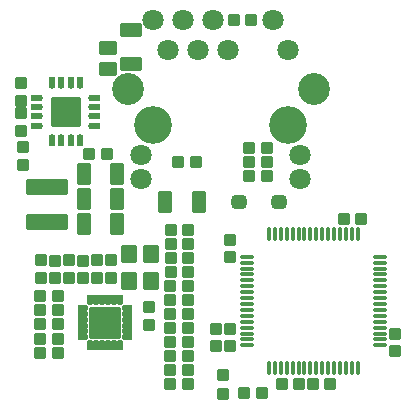
<source format=gbr>
G04 --- HEADER BEGIN --- *
G04 #@! TF.GenerationSoftware,LibrePCB,LibrePCB,1.0.1-unstable*
G04 #@! TF.CreationDate,2024-02-11T18:20:56*
G04 #@! TF.ProjectId,d0-reader,9220702f-a48e-4216-8865-87f6ea8ca353,v2*
G04 #@! TF.Part,Single*
G04 #@! TF.SameCoordinates*
G04 #@! TF.FileFunction,Soldermask,Bot*
G04 #@! TF.FilePolarity,Negative*
%FSLAX66Y66*%
%MOMM*%
G01*
G75*
G04 --- HEADER END --- *
G04 --- APERTURE LIST BEGIN --- *
%AMROUNDEDRECT10*20,1,0.95,-0.4,0.0,0.4,0.0,0.0*20,1,0.75,-0.5,0.0,0.5,0.0,0.0*1,1,0.2,-0.4,0.375*1,1,0.2,0.4,0.375*1,1,0.2,0.4,-0.375*1,1,0.2,-0.4,-0.375*%
%ADD10ROUNDEDRECT10*%
%AMROUNDEDRECT11*20,1,1.0,-0.425,0.0,0.425,0.0,0.0*20,1,0.8,-0.525,0.0,0.525,0.0,0.0*1,1,0.2,-0.425,0.4*1,1,0.2,0.425,0.4*1,1,0.2,0.425,-0.4*1,1,0.2,-0.425,-0.4*%
%ADD11ROUNDEDRECT11*%
%AMROUNDEDRECT12*20,1,1.2,-0.3,0.0,0.3,0.0,0.0*20,1,0.5,-0.65,0.0,0.65,0.0,0.0*1,1,0.7,-0.3,0.25*1,1,0.7,0.3,0.25*1,1,0.7,0.3,-0.25*1,1,0.7,-0.3,-0.25*%
%ADD12ROUNDEDRECT12*%
%AMROUNDEDRECT13*20,1,1.0,-0.425,0.0,0.425,0.0,90.0*20,1,0.8,-0.525,0.0,0.525,0.0,90.0*1,1,0.2,-0.4,-0.425*1,1,0.2,-0.4,0.425*1,1,0.2,0.4,0.425*1,1,0.2,0.4,-0.425*%
%ADD13ROUNDEDRECT13*%
%AMROUNDEDRECT14*20,1,0.95,-0.4,0.0,0.4,0.0,90.0*20,1,0.75,-0.5,0.0,0.5,0.0,90.0*1,1,0.2,-0.375,-0.4*1,1,0.2,-0.375,0.4*1,1,0.2,0.375,0.4*1,1,0.2,0.375,-0.4*%
%ADD14ROUNDEDRECT14*%
%AMROUNDEDRECT15*20,1,1.25,-0.8,0.0,0.8,0.0,90.0*20,1,1.05,-0.9,0.0,0.9,0.0,90.0*1,1,0.2,-0.525,-0.8*1,1,0.2,-0.525,0.8*1,1,0.2,0.525,0.8*1,1,0.2,0.525,-0.8*%
%ADD15ROUNDEDRECT15*%
%AMROUNDEDRECT16*20,1,1.0,-0.4,0.0,0.4,0.0,0.0*20,1,0.8,-0.5,0.0,0.5,0.0,0.0*1,1,0.2,-0.4,0.4*1,1,0.2,0.4,0.4*1,1,0.2,0.4,-0.4*1,1,0.2,-0.4,-0.4*%
%ADD16ROUNDEDRECT16*%
%AMOUTLINE17*4,1,22,-0.247251,-0.272493,-0.323181,-0.255163,-0.363279,-0.235853,-0.42417,-0.187294,-0.451918,-0.152498,-0.485709,-0.082328,-0.495612,-0.038941,-0.495612,0.038941,-0.485709,0.082328,-0.451918,0.152498,-0.42417,0.187294,-0.363279,0.235853,-0.323181,0.255163,-0.247251,0.272493,-0.225,0.275,0.4,0.275,0.459327,0.2555,0.5,0.175,0.5,-0.175,0.4805,-0.234327,0.4,-0.275,-0.225,-0.275,-0.247251,-0.272493,90.0*%
%ADD17OUTLINE17*%
%AMOUTLINE18*4,1,22,-0.247251,-0.272493,-0.323181,-0.255163,-0.363279,-0.235853,-0.42417,-0.187294,-0.451918,-0.152498,-0.485709,-0.082328,-0.495612,-0.038941,-0.495612,0.038941,-0.485709,0.082328,-0.451918,0.152498,-0.42417,0.187294,-0.363279,0.235853,-0.323181,0.255163,-0.247251,0.272493,-0.225,0.275,0.4,0.275,0.459327,0.2555,0.5,0.175,0.5,-0.175,0.4805,-0.234327,0.4,-0.275,-0.225,-0.275,-0.247251,-0.272493,0.0*%
%ADD18OUTLINE18*%
%AMOUTLINE19*4,1,22,-0.247251,-0.272493,-0.323181,-0.255163,-0.363279,-0.235853,-0.42417,-0.187294,-0.451918,-0.152498,-0.485709,-0.082328,-0.495612,-0.038941,-0.495612,0.038941,-0.485709,0.082328,-0.451918,0.152498,-0.42417,0.187294,-0.363279,0.235853,-0.323181,0.255163,-0.247251,0.272493,-0.225,0.275,0.4,0.275,0.459327,0.2555,0.5,0.175,0.5,-0.175,0.4805,-0.234327,0.4,-0.275,-0.225,-0.275,-0.247251,-0.272493,180.0*%
%ADD19OUTLINE19*%
%AMOUTLINE20*4,1,22,-0.247251,-0.272493,-0.323181,-0.255163,-0.363279,-0.235853,-0.42417,-0.187294,-0.451918,-0.152498,-0.485709,-0.082328,-0.495612,-0.038941,-0.495612,0.038941,-0.485709,0.082328,-0.451918,0.152498,-0.42417,0.187294,-0.363279,0.235853,-0.323181,0.255163,-0.247251,0.272493,-0.225,0.275,0.4,0.275,0.459327,0.2555,0.5,0.175,0.5,-0.175,0.4805,-0.234327,0.4,-0.275,-0.225,-0.275,-0.247251,-0.272493,270.0*%
%ADD20OUTLINE20*%
%AMROUNDEDRECT21*20,1,2.49,-1.145,0.0,1.145,0.0,0.0*20,1,2.29,-1.245,0.0,1.245,0.0,0.0*1,1,0.2,-1.145,1.145*1,1,0.2,1.145,1.145*1,1,0.2,1.145,-1.145*1,1,0.2,-1.145,-1.145*%
%ADD21ROUNDEDRECT21*%
%AMROUNDEDRECT22*20,1,0.4,-0.45,0.0,0.45,0.0,0.0*20,1,0.1,-0.6,0.0,0.6,0.0,0.0*1,1,0.3,-0.45,0.05*1,1,0.3,0.45,0.05*1,1,0.3,0.45,-0.05*1,1,0.3,-0.45,-0.05*%
%ADD22ROUNDEDRECT22*%
%AMROUNDEDRECT23*20,1,0.4,-0.45,0.0,0.45,0.0,90.0*20,1,0.1,-0.6,0.0,0.6,0.0,90.0*1,1,0.3,-0.05,-0.45*1,1,0.3,-0.05,0.45*1,1,0.3,0.05,0.45*1,1,0.3,0.05,-0.45*%
%ADD23ROUNDEDRECT23*%
%AMROUNDEDRECT24*20,1,1.3,-0.65,0.0,0.65,0.0,90.0*20,1,1.1,-0.75,0.0,0.75,0.0,90.0*1,1,0.2,-0.55,-0.65*1,1,0.2,-0.55,0.65*1,1,0.2,0.55,0.65*1,1,0.2,0.55,-0.65*%
%ADD24ROUNDEDRECT24*%
%AMROUNDEDRECT25*20,1,1.15,-0.625,0.0,0.625,0.0,0.0*20,1,0.95,-0.725,0.0,0.725,0.0,0.0*1,1,0.2,-0.625,0.475*1,1,0.2,0.625,0.475*1,1,0.2,0.625,-0.475*1,1,0.2,-0.625,-0.475*%
%ADD25ROUNDEDRECT25*%
%ADD26C,1.8*%
%ADD27C,2.7*%
%ADD28C,3.2*%
%AMROUNDEDRECT29*20,1,1.3,-1.7,0.0,1.7,0.0,0.0*20,1,1.1,-1.8,0.0,1.8,0.0,0.0*1,1,0.2,-1.7,0.55*1,1,0.2,1.7,0.55*1,1,0.2,1.7,-0.55*1,1,0.2,-1.7,-0.55*%
%ADD29ROUNDEDRECT29*%
%AMOUTLINE30*4,1,20,-0.230881,-0.236593,-0.300881,-0.217837,-0.345711,-0.191955,-0.396955,-0.140711,-0.422837,-0.095881,-0.441593,-0.025881,-0.441593,0.025881,-0.422837,0.095881,-0.396955,0.140711,-0.345711,0.191955,-0.300881,0.217837,-0.230881,0.236593,-0.205,0.24,0.345,0.24,0.404327,0.2205,0.445,0.14,0.445,-0.14,0.4255,-0.199327,0.345,-0.24,-0.205,-0.24,-0.230881,-0.236593,0.0*%
%ADD30OUTLINE30*%
%AMOUTLINE31*4,1,20,-0.230881,-0.236593,-0.300881,-0.217837,-0.345711,-0.191955,-0.396955,-0.140711,-0.422837,-0.095881,-0.441593,-0.025881,-0.441593,0.025881,-0.422837,0.095881,-0.396955,0.140711,-0.345711,0.191955,-0.300881,0.217837,-0.230881,0.236593,-0.205,0.24,0.345,0.24,0.404327,0.2205,0.445,0.14,0.445,-0.14,0.4255,-0.199327,0.345,-0.24,-0.205,-0.24,-0.230881,-0.236593,90.0*%
%ADD31OUTLINE31*%
%AMOUTLINE32*4,1,20,-0.230881,-0.236593,-0.300881,-0.217837,-0.345711,-0.191955,-0.396955,-0.140711,-0.422837,-0.095881,-0.441593,-0.025881,-0.441593,0.025881,-0.422837,0.095881,-0.396955,0.140711,-0.345711,0.191955,-0.300881,0.217837,-0.230881,0.236593,-0.205,0.24,0.345,0.24,0.404327,0.2205,0.445,0.14,0.445,-0.14,0.4255,-0.199327,0.345,-0.24,-0.205,-0.24,-0.230881,-0.236593,270.0*%
%ADD32OUTLINE32*%
%AMOUTLINE33*4,1,20,-0.230881,-0.236593,-0.300881,-0.217837,-0.345711,-0.191955,-0.396955,-0.140711,-0.422837,-0.095881,-0.441593,-0.025881,-0.441593,0.025881,-0.422837,0.095881,-0.396955,0.140711,-0.345711,0.191955,-0.300881,0.217837,-0.230881,0.236593,-0.205,0.24,0.345,0.24,0.404327,0.2205,0.445,0.14,0.445,-0.14,0.4255,-0.199327,0.345,-0.24,-0.205,-0.24,-0.230881,-0.236593,180.0*%
%ADD33OUTLINE33*%
%AMROUNDEDRECT34*20,1,2.7,-1.25,0.0,1.25,0.0,0.0*20,1,2.5,-1.35,0.0,1.35,0.0,0.0*1,1,0.2,-1.25,1.25*1,1,0.2,1.25,1.25*1,1,0.2,1.25,-1.25*1,1,0.2,-1.25,-1.25*%
%ADD34ROUNDEDRECT34*%
%AMROUNDEDRECT35*20,1,1.25,-0.8,0.0,0.8,0.0,0.0*20,1,1.05,-0.9,0.0,0.9,0.0,0.0*1,1,0.2,-0.8,0.525*1,1,0.2,0.8,0.525*1,1,0.2,0.8,-0.525*1,1,0.2,-0.8,-0.525*%
%ADD35ROUNDEDRECT35*%
G04 --- APERTURE LIST END --- *
G04 --- BOARD BEGIN --- *
D10*
G04 #@! TO.C,R18*
X238125Y-14703125D03*
X238125Y-16253125D03*
D11*
G04 #@! TO.C,C11*
X-2767500Y-5953125D03*
X-4217500Y-5953125D03*
D10*
G04 #@! TO.C,R7*
X-12858750Y-4940000D03*
X-12858750Y-6490000D03*
D11*
G04 #@! TO.C,C9*
X-2767500Y-3571875D03*
X-4217500Y-3571875D03*
D12*
G04 #@! TO.C,T1*
X1550000Y0D03*
X4950000Y0D03*
D13*
G04 #@! TO.C,C23*
X-16906875Y8561875D03*
X-16906875Y10011875D03*
D14*
G04 #@! TO.C,R17*
X-2717500Y-15478125D03*
X-4267500Y-15478125D03*
G04 #@! TO.C,R19*
X2003125Y-16192500D03*
X3553125Y-16192500D03*
D11*
G04 #@! TO.C,C7*
X9297500Y-15398750D03*
X7847500Y-15398750D03*
G04 #@! TO.C,C13*
X-15250625Y-12779375D03*
X-13800625Y-12779375D03*
G04 #@! TO.C,C8*
X-2767500Y-2381250D03*
X-4217500Y-2381250D03*
D15*
G04 #@! TO.C,C21*
X-11585000Y238125D03*
X-8735000Y238125D03*
D14*
G04 #@! TO.C,R21*
X3950000Y4524375D03*
X2400000Y4524375D03*
G04 #@! TO.C,R10*
X-2717500Y-7143750D03*
X-4267500Y-7143750D03*
D16*
G04 #@! TO.C,L1*
X-15240000Y-4965000D03*
X-15240000Y-6465000D03*
D15*
G04 #@! TO.C,C20*
X-11585000Y2381250D03*
X-8735000Y2381250D03*
D17*
G04 #@! TO.C,U4*
X-11896875Y10035000D03*
D18*
X-10681875Y8820000D03*
D19*
X-15511875Y8020000D03*
X-15511875Y6420000D03*
D17*
X-13496875Y10035000D03*
D20*
X-12696875Y5205000D03*
D18*
X-10681875Y8020000D03*
X-10681875Y6420000D03*
D20*
X-14296875Y5205000D03*
D19*
X-15511875Y8820000D03*
X-15511875Y7220000D03*
D20*
X-13496875Y5205000D03*
D17*
X-14296875Y10035000D03*
D20*
X-11896875Y5205000D03*
D17*
X-12696875Y10035000D03*
D18*
X-10681875Y7220000D03*
D21*
X-13096875Y7620000D03*
D14*
G04 #@! TO.C,R22*
X-11173125Y4048125D03*
X-9623125Y4048125D03*
D11*
G04 #@! TO.C,C2*
X6678125Y-15398750D03*
X5228125Y-15398750D03*
D22*
G04 #@! TO.C,U3*
X2208125Y-7163750D03*
D23*
X8608125Y-14063750D03*
D22*
X13508125Y-6663750D03*
X13508125Y-8663750D03*
X2208125Y-8663750D03*
X2208125Y-11663750D03*
D23*
X7608125Y-2763750D03*
X9608125Y-2763750D03*
X4108125Y-2763750D03*
X9608125Y-14063750D03*
D22*
X13508125Y-11163750D03*
X2208125Y-5663750D03*
X13508125Y-12163750D03*
X13508125Y-10663750D03*
D23*
X4108125Y-14063750D03*
D22*
X2208125Y-5163750D03*
X2208125Y-6663750D03*
D23*
X6608125Y-14063750D03*
D22*
X13508125Y-9663750D03*
X2208125Y-9163750D03*
X13508125Y-9163750D03*
X2208125Y-10163750D03*
X13508125Y-4663750D03*
D23*
X9108125Y-14063750D03*
X11108125Y-2763750D03*
X6108125Y-14063750D03*
X8108125Y-2763750D03*
D22*
X2208125Y-8163750D03*
D23*
X10608125Y-14063750D03*
D22*
X2208125Y-4663750D03*
D23*
X7108125Y-2763750D03*
D22*
X13508125Y-5663750D03*
X2208125Y-12163750D03*
D23*
X4608125Y-14063750D03*
X7608125Y-14063750D03*
X9108125Y-2763750D03*
X6108125Y-2763750D03*
D22*
X13508125Y-6163750D03*
D23*
X8608125Y-2763750D03*
D22*
X13508125Y-5163750D03*
X2208125Y-6163750D03*
X2208125Y-7663750D03*
D23*
X11108125Y-14063750D03*
X11608125Y-14063750D03*
X10108125Y-2763750D03*
X5108125Y-2763750D03*
X4608125Y-2763750D03*
X5108125Y-14063750D03*
X10108125Y-14063750D03*
D22*
X13508125Y-10163750D03*
D23*
X5608125Y-14063750D03*
X7108125Y-14063750D03*
D22*
X13508125Y-11663750D03*
D23*
X6608125Y-2763750D03*
D22*
X13508125Y-8163750D03*
D23*
X10608125Y-2763750D03*
D22*
X2208125Y-11163750D03*
X2208125Y-10663750D03*
X13508125Y-7163750D03*
X13508125Y-7663750D03*
X2208125Y-9663750D03*
D23*
X11608125Y-2763750D03*
X8108125Y-14063750D03*
X5608125Y-2763750D03*
D24*
G04 #@! TO.C,Y1*
X-5876250Y-6706250D03*
X-7776250Y-6706250D03*
X-7776250Y-4406250D03*
X-5876250Y-4406250D03*
D13*
G04 #@! TO.C,C6*
X793750Y-12234375D03*
X793750Y-10784375D03*
D14*
G04 #@! TO.C,R11*
X-4267500Y-8334375D03*
X-2717500Y-8334375D03*
D13*
G04 #@! TO.C,C14*
X-11668125Y-4990000D03*
X-11668125Y-6440000D03*
D14*
G04 #@! TO.C,R1*
X3950000Y3333750D03*
X2400000Y3333750D03*
G04 #@! TO.C,R2*
X3950000Y2143125D03*
X2400000Y2143125D03*
D25*
G04 #@! TO.C,C19*
X-9525000Y13019375D03*
X-9525000Y11269375D03*
D14*
G04 #@! TO.C,R20*
X-3632500Y3333750D03*
X-2082500Y3333750D03*
D13*
G04 #@! TO.C,C1*
X-396875Y-12234375D03*
X-396875Y-10784375D03*
D26*
G04 #@! TO.C,J1*
X635000Y12825000D03*
X-6725000Y3935000D03*
D27*
X-7875000Y9525000D03*
D26*
X-1905000Y12825000D03*
X-5715000Y15365000D03*
D27*
X7875000Y9525000D03*
D26*
X4445000Y15365000D03*
X-6725000Y1905000D03*
X-4445000Y12825000D03*
X5715000Y12825000D03*
X6725000Y3935000D03*
X6725000Y1905000D03*
X-635000Y15365000D03*
X-3175000Y15365000D03*
D28*
G04 #@! TD*
X5715000Y6475000D03*
X-5715000Y6475000D03*
D14*
G04 #@! TO.C,R16*
X-2717500Y-14287500D03*
X-4267500Y-14287500D03*
D29*
G04 #@! TO.C,L2*
X-14684375Y-1738125D03*
X-14684375Y1261875D03*
D14*
G04 #@! TO.C,R14*
X-4267500Y-11906250D03*
X-2717500Y-11906250D03*
D10*
G04 #@! TO.C,R23*
X-16748125Y3114375D03*
X-16748125Y4664375D03*
D15*
G04 #@! TO.C,C22*
X-11585000Y-1905000D03*
X-8735000Y-1905000D03*
G04 #@! TO.C,LED1*
X-1825000Y0D03*
X-4675000Y0D03*
D10*
G04 #@! TO.C,R8*
X-10477500Y-6490000D03*
X-10477500Y-4940000D03*
D11*
G04 #@! TO.C,C10*
X-2767500Y-4762500D03*
X-4217500Y-4762500D03*
G04 #@! TO.C,C4*
X10466875Y-1428750D03*
X11916875Y-1428750D03*
D13*
G04 #@! TO.C,C3*
X14763750Y-11181250D03*
X14763750Y-12631250D03*
D30*
G04 #@! TO.C,U1*
X-7880625Y-11489375D03*
D31*
X-10513125Y-8356875D03*
X-8513125Y-8356875D03*
D32*
X-10513125Y-12122375D03*
X-8513125Y-12122375D03*
D33*
X-11646125Y-11489375D03*
X-11646125Y-9989375D03*
D31*
X-9013125Y-8356875D03*
D33*
X-11646125Y-8989375D03*
D32*
X-11013125Y-12122375D03*
X-10013125Y-12122375D03*
D30*
X-7880625Y-9989375D03*
X-7880625Y-8989375D03*
D33*
X-11646125Y-10989375D03*
D32*
X-9513125Y-12122375D03*
D31*
X-11013125Y-8356875D03*
D33*
X-11646125Y-10489375D03*
D31*
X-9513125Y-8356875D03*
X-10013125Y-8356875D03*
D32*
X-9013125Y-12122375D03*
D33*
X-11646125Y-9489375D03*
D34*
X-9763125Y-10239375D03*
D30*
X-7880625Y-10489375D03*
X-7880625Y-9489375D03*
X-7880625Y-10989375D03*
D14*
G04 #@! TO.C,R3*
X-15300625Y-11588750D03*
X-13750625Y-11588750D03*
G04 #@! TO.C,R13*
X-2717500Y-10715625D03*
X-4267500Y-10715625D03*
G04 #@! TO.C,R12*
X-4267500Y-9525000D03*
X-2717500Y-9525000D03*
D13*
G04 #@! TO.C,C5*
X793750Y-4693750D03*
X793750Y-3243750D03*
G04 #@! TO.C,C15*
X-14049375Y-4990000D03*
X-14049375Y-6440000D03*
D10*
G04 #@! TO.C,R9*
X-9286875Y-4940000D03*
X-9286875Y-6490000D03*
D14*
G04 #@! TO.C,R5*
X-15300625Y-9207500D03*
X-13750625Y-9207500D03*
D13*
G04 #@! TO.C,C12*
X-6032500Y-8958750D03*
X-6032500Y-10408750D03*
D14*
G04 #@! TO.C,R6*
X-15300625Y-8016875D03*
X-13750625Y-8016875D03*
D10*
G04 #@! TO.C,R24*
X-16906875Y5971875D03*
X-16906875Y7521875D03*
D35*
G04 #@! TO.C,C18*
X-7540625Y11671875D03*
X-7540625Y14521875D03*
D14*
G04 #@! TO.C,R15*
X-4267500Y-13096875D03*
X-2717500Y-13096875D03*
G04 #@! TO.C,R4*
X-15300625Y-10398125D03*
X-13750625Y-10398125D03*
D11*
G04 #@! TO.C,C16*
X2550625Y15398750D03*
X1100625Y15398750D03*
G04 --- BOARD END --- *
G04 #@! TF.MD5,10fea7151d4f766a41ed92aa5fc3234c*
M02*

</source>
